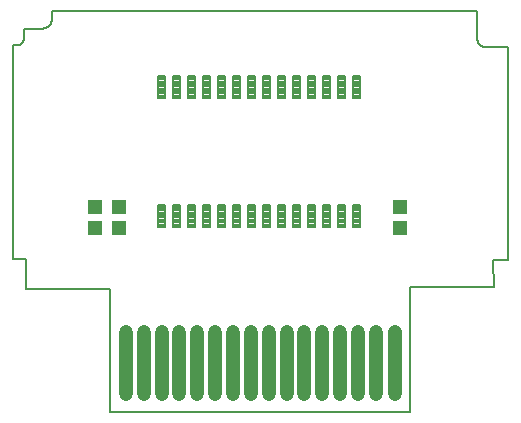
<source format=gts>
G75*
%MOIN*%
%OFA0B0*%
%FSLAX25Y25*%
%IPPOS*%
%LPD*%
%AMOC8*
5,1,8,0,0,1.08239X$1,22.5*
%
%ADD10C,0.00600*%
%ADD11R,0.04737X0.04737*%
%ADD12C,0.04737*%
%ADD13C,0.00791*%
%ADD14R,0.05131X0.04737*%
D10*
X0046490Y0004511D02*
X0046415Y0045619D01*
X0018449Y0045619D01*
X0018524Y0055507D01*
X0014221Y0055507D01*
X0014221Y0126729D01*
X0015082Y0126729D01*
X0015187Y0126731D01*
X0015291Y0126737D01*
X0015395Y0126747D01*
X0015499Y0126760D01*
X0015602Y0126778D01*
X0015704Y0126799D01*
X0015806Y0126824D01*
X0015906Y0126853D01*
X0016006Y0126886D01*
X0016104Y0126922D01*
X0016200Y0126962D01*
X0016296Y0127006D01*
X0016389Y0127053D01*
X0016480Y0127104D01*
X0016570Y0127158D01*
X0016658Y0127215D01*
X0016743Y0127276D01*
X0016826Y0127339D01*
X0016906Y0127406D01*
X0016984Y0127476D01*
X0017060Y0127548D01*
X0017132Y0127624D01*
X0017202Y0127702D01*
X0017269Y0127782D01*
X0017332Y0127865D01*
X0017393Y0127950D01*
X0017450Y0128038D01*
X0017504Y0128127D01*
X0017555Y0128219D01*
X0017602Y0128312D01*
X0017646Y0128408D01*
X0017686Y0128504D01*
X0017722Y0128602D01*
X0017755Y0128702D01*
X0017784Y0128802D01*
X0017809Y0128904D01*
X0017830Y0129006D01*
X0017848Y0129109D01*
X0017861Y0129213D01*
X0017871Y0129317D01*
X0017877Y0129421D01*
X0017879Y0129526D01*
X0017879Y0132323D01*
X0023687Y0132323D01*
X0023802Y0132325D01*
X0023917Y0132331D01*
X0024032Y0132340D01*
X0024146Y0132354D01*
X0024260Y0132371D01*
X0024373Y0132392D01*
X0024485Y0132417D01*
X0024596Y0132445D01*
X0024707Y0132478D01*
X0024816Y0132513D01*
X0024924Y0132553D01*
X0025031Y0132596D01*
X0025136Y0132643D01*
X0025239Y0132693D01*
X0025341Y0132747D01*
X0025441Y0132803D01*
X0025539Y0132864D01*
X0025635Y0132927D01*
X0025729Y0132994D01*
X0025820Y0133064D01*
X0025909Y0133137D01*
X0025996Y0133212D01*
X0026080Y0133291D01*
X0026161Y0133372D01*
X0026240Y0133456D01*
X0026315Y0133543D01*
X0026388Y0133632D01*
X0026458Y0133723D01*
X0026525Y0133817D01*
X0026588Y0133913D01*
X0026649Y0134011D01*
X0026705Y0134111D01*
X0026759Y0134213D01*
X0026809Y0134316D01*
X0026856Y0134421D01*
X0026899Y0134528D01*
X0026939Y0134636D01*
X0026974Y0134745D01*
X0027007Y0134856D01*
X0027035Y0134967D01*
X0027060Y0135079D01*
X0027081Y0135192D01*
X0027098Y0135306D01*
X0027112Y0135420D01*
X0027121Y0135535D01*
X0027127Y0135650D01*
X0027129Y0135765D01*
X0027129Y0138129D01*
X0092312Y0138129D01*
X0092345Y0138129D01*
X0092312Y0138129D02*
X0168897Y0138133D01*
X0168897Y0129095D01*
X0168899Y0128987D01*
X0168905Y0128880D01*
X0168914Y0128773D01*
X0168928Y0128666D01*
X0168945Y0128560D01*
X0168966Y0128455D01*
X0168991Y0128350D01*
X0169019Y0128246D01*
X0169051Y0128144D01*
X0169087Y0128042D01*
X0169126Y0127942D01*
X0169169Y0127844D01*
X0169216Y0127747D01*
X0169265Y0127652D01*
X0169319Y0127558D01*
X0169375Y0127467D01*
X0169435Y0127377D01*
X0169498Y0127290D01*
X0169564Y0127205D01*
X0169633Y0127123D01*
X0169705Y0127043D01*
X0169779Y0126965D01*
X0169857Y0126891D01*
X0169937Y0126819D01*
X0170019Y0126750D01*
X0170104Y0126684D01*
X0170191Y0126621D01*
X0170281Y0126561D01*
X0170372Y0126505D01*
X0170466Y0126451D01*
X0170561Y0126402D01*
X0170658Y0126355D01*
X0170756Y0126312D01*
X0170856Y0126273D01*
X0170958Y0126237D01*
X0171060Y0126205D01*
X0171164Y0126177D01*
X0171269Y0126152D01*
X0171374Y0126131D01*
X0171480Y0126114D01*
X0171587Y0126100D01*
X0171694Y0126091D01*
X0171801Y0126085D01*
X0171909Y0126083D01*
X0179008Y0126083D01*
X0179008Y0055292D01*
X0174276Y0055292D01*
X0174351Y0046049D01*
X0146510Y0046049D01*
X0146585Y0004511D01*
X0046490Y0004511D01*
D11*
X0051781Y0012472D03*
X0051781Y0015521D03*
X0051781Y0019466D03*
X0051781Y0023052D03*
X0051781Y0026279D03*
X0051781Y0029328D03*
X0057726Y0029328D03*
X0057726Y0026279D03*
X0057726Y0023052D03*
X0057726Y0019466D03*
X0057726Y0015521D03*
X0057726Y0012472D03*
X0063671Y0012472D03*
X0063671Y0015521D03*
X0063671Y0019466D03*
X0063671Y0023052D03*
X0063671Y0026279D03*
X0063671Y0029328D03*
X0069616Y0029328D03*
X0069616Y0026279D03*
X0069616Y0023052D03*
X0069616Y0019466D03*
X0069616Y0015521D03*
X0069616Y0012472D03*
X0075560Y0012472D03*
X0075560Y0015521D03*
X0075560Y0019466D03*
X0075560Y0023052D03*
X0075560Y0026279D03*
X0075560Y0029328D03*
X0081505Y0029328D03*
X0081505Y0026279D03*
X0081505Y0023052D03*
X0081505Y0019466D03*
X0081505Y0015521D03*
X0081505Y0012472D03*
X0087450Y0012472D03*
X0087450Y0015521D03*
X0087450Y0019466D03*
X0087450Y0023052D03*
X0087450Y0026279D03*
X0087450Y0029328D03*
X0093395Y0029328D03*
X0093395Y0026279D03*
X0093395Y0023052D03*
X0093395Y0019466D03*
X0093395Y0015521D03*
X0093395Y0012472D03*
X0099340Y0012472D03*
X0099340Y0015521D03*
X0099340Y0019466D03*
X0099340Y0023052D03*
X0099340Y0026279D03*
X0099340Y0029328D03*
X0105285Y0029328D03*
X0105285Y0026279D03*
X0105285Y0023052D03*
X0105285Y0019466D03*
X0105285Y0015521D03*
X0105285Y0012472D03*
X0111230Y0012472D03*
X0111230Y0015521D03*
X0111230Y0019466D03*
X0111230Y0023052D03*
X0111230Y0026279D03*
X0111230Y0029328D03*
X0117175Y0029328D03*
X0117175Y0026279D03*
X0117175Y0023052D03*
X0117175Y0019466D03*
X0117175Y0015521D03*
X0117175Y0012472D03*
X0123120Y0012472D03*
X0123120Y0015521D03*
X0123120Y0019466D03*
X0123120Y0023052D03*
X0123120Y0026279D03*
X0123120Y0029328D03*
X0129064Y0029328D03*
X0129064Y0026279D03*
X0129064Y0023052D03*
X0129064Y0019466D03*
X0129064Y0015521D03*
X0129064Y0012472D03*
X0135009Y0012472D03*
X0135009Y0015521D03*
X0135009Y0019466D03*
X0135009Y0023052D03*
X0135009Y0026279D03*
X0135009Y0029328D03*
X0141367Y0029353D03*
X0141367Y0026305D03*
X0141367Y0023077D03*
X0141367Y0019491D03*
X0141367Y0015546D03*
X0141367Y0012498D03*
D12*
X0141367Y0010525D03*
X0135009Y0010500D03*
X0129064Y0010500D03*
X0123120Y0010500D03*
X0117175Y0010500D03*
X0111230Y0010500D03*
X0105285Y0010500D03*
X0099340Y0010500D03*
X0093395Y0010500D03*
X0087450Y0010500D03*
X0081505Y0010500D03*
X0075560Y0010500D03*
X0069616Y0010500D03*
X0063671Y0010500D03*
X0057726Y0010500D03*
X0051781Y0010500D03*
X0051781Y0031121D03*
X0057726Y0031121D03*
X0063671Y0031121D03*
X0069616Y0031121D03*
X0075560Y0031121D03*
X0081505Y0031121D03*
X0087450Y0031121D03*
X0093395Y0031121D03*
X0099340Y0031121D03*
X0105285Y0031121D03*
X0111230Y0031121D03*
X0117175Y0031121D03*
X0123120Y0031121D03*
X0129064Y0031121D03*
X0135009Y0031121D03*
X0141367Y0031146D03*
D13*
X0127547Y0066195D02*
X0127547Y0073685D01*
X0129919Y0073685D01*
X0129919Y0066195D01*
X0127547Y0066195D01*
X0127547Y0066985D02*
X0129919Y0066985D01*
X0129919Y0067775D02*
X0127547Y0067775D01*
X0127547Y0068565D02*
X0129919Y0068565D01*
X0129919Y0069355D02*
X0127547Y0069355D01*
X0127547Y0070145D02*
X0129919Y0070145D01*
X0129919Y0070935D02*
X0127547Y0070935D01*
X0127547Y0071725D02*
X0129919Y0071725D01*
X0129919Y0072515D02*
X0127547Y0072515D01*
X0127547Y0073305D02*
X0129919Y0073305D01*
X0122547Y0073685D02*
X0122547Y0066195D01*
X0122547Y0073685D02*
X0124919Y0073685D01*
X0124919Y0066195D01*
X0122547Y0066195D01*
X0122547Y0066985D02*
X0124919Y0066985D01*
X0124919Y0067775D02*
X0122547Y0067775D01*
X0122547Y0068565D02*
X0124919Y0068565D01*
X0124919Y0069355D02*
X0122547Y0069355D01*
X0122547Y0070145D02*
X0124919Y0070145D01*
X0124919Y0070935D02*
X0122547Y0070935D01*
X0122547Y0071725D02*
X0124919Y0071725D01*
X0124919Y0072515D02*
X0122547Y0072515D01*
X0122547Y0073305D02*
X0124919Y0073305D01*
X0117547Y0073685D02*
X0117547Y0066195D01*
X0117547Y0073685D02*
X0119919Y0073685D01*
X0119919Y0066195D01*
X0117547Y0066195D01*
X0117547Y0066985D02*
X0119919Y0066985D01*
X0119919Y0067775D02*
X0117547Y0067775D01*
X0117547Y0068565D02*
X0119919Y0068565D01*
X0119919Y0069355D02*
X0117547Y0069355D01*
X0117547Y0070145D02*
X0119919Y0070145D01*
X0119919Y0070935D02*
X0117547Y0070935D01*
X0117547Y0071725D02*
X0119919Y0071725D01*
X0119919Y0072515D02*
X0117547Y0072515D01*
X0117547Y0073305D02*
X0119919Y0073305D01*
X0112547Y0073685D02*
X0112547Y0066195D01*
X0112547Y0073685D02*
X0114919Y0073685D01*
X0114919Y0066195D01*
X0112547Y0066195D01*
X0112547Y0066985D02*
X0114919Y0066985D01*
X0114919Y0067775D02*
X0112547Y0067775D01*
X0112547Y0068565D02*
X0114919Y0068565D01*
X0114919Y0069355D02*
X0112547Y0069355D01*
X0112547Y0070145D02*
X0114919Y0070145D01*
X0114919Y0070935D02*
X0112547Y0070935D01*
X0112547Y0071725D02*
X0114919Y0071725D01*
X0114919Y0072515D02*
X0112547Y0072515D01*
X0112547Y0073305D02*
X0114919Y0073305D01*
X0107547Y0073685D02*
X0107547Y0066195D01*
X0107547Y0073685D02*
X0109919Y0073685D01*
X0109919Y0066195D01*
X0107547Y0066195D01*
X0107547Y0066985D02*
X0109919Y0066985D01*
X0109919Y0067775D02*
X0107547Y0067775D01*
X0107547Y0068565D02*
X0109919Y0068565D01*
X0109919Y0069355D02*
X0107547Y0069355D01*
X0107547Y0070145D02*
X0109919Y0070145D01*
X0109919Y0070935D02*
X0107547Y0070935D01*
X0107547Y0071725D02*
X0109919Y0071725D01*
X0109919Y0072515D02*
X0107547Y0072515D01*
X0107547Y0073305D02*
X0109919Y0073305D01*
X0102547Y0073685D02*
X0102547Y0066195D01*
X0102547Y0073685D02*
X0104919Y0073685D01*
X0104919Y0066195D01*
X0102547Y0066195D01*
X0102547Y0066985D02*
X0104919Y0066985D01*
X0104919Y0067775D02*
X0102547Y0067775D01*
X0102547Y0068565D02*
X0104919Y0068565D01*
X0104919Y0069355D02*
X0102547Y0069355D01*
X0102547Y0070145D02*
X0104919Y0070145D01*
X0104919Y0070935D02*
X0102547Y0070935D01*
X0102547Y0071725D02*
X0104919Y0071725D01*
X0104919Y0072515D02*
X0102547Y0072515D01*
X0102547Y0073305D02*
X0104919Y0073305D01*
X0097547Y0073685D02*
X0097547Y0066195D01*
X0097547Y0073685D02*
X0099919Y0073685D01*
X0099919Y0066195D01*
X0097547Y0066195D01*
X0097547Y0066985D02*
X0099919Y0066985D01*
X0099919Y0067775D02*
X0097547Y0067775D01*
X0097547Y0068565D02*
X0099919Y0068565D01*
X0099919Y0069355D02*
X0097547Y0069355D01*
X0097547Y0070145D02*
X0099919Y0070145D01*
X0099919Y0070935D02*
X0097547Y0070935D01*
X0097547Y0071725D02*
X0099919Y0071725D01*
X0099919Y0072515D02*
X0097547Y0072515D01*
X0097547Y0073305D02*
X0099919Y0073305D01*
X0092547Y0073685D02*
X0092547Y0066195D01*
X0092547Y0073685D02*
X0094919Y0073685D01*
X0094919Y0066195D01*
X0092547Y0066195D01*
X0092547Y0066985D02*
X0094919Y0066985D01*
X0094919Y0067775D02*
X0092547Y0067775D01*
X0092547Y0068565D02*
X0094919Y0068565D01*
X0094919Y0069355D02*
X0092547Y0069355D01*
X0092547Y0070145D02*
X0094919Y0070145D01*
X0094919Y0070935D02*
X0092547Y0070935D01*
X0092547Y0071725D02*
X0094919Y0071725D01*
X0094919Y0072515D02*
X0092547Y0072515D01*
X0092547Y0073305D02*
X0094919Y0073305D01*
X0087547Y0073685D02*
X0087547Y0066195D01*
X0087547Y0073685D02*
X0089919Y0073685D01*
X0089919Y0066195D01*
X0087547Y0066195D01*
X0087547Y0066985D02*
X0089919Y0066985D01*
X0089919Y0067775D02*
X0087547Y0067775D01*
X0087547Y0068565D02*
X0089919Y0068565D01*
X0089919Y0069355D02*
X0087547Y0069355D01*
X0087547Y0070145D02*
X0089919Y0070145D01*
X0089919Y0070935D02*
X0087547Y0070935D01*
X0087547Y0071725D02*
X0089919Y0071725D01*
X0089919Y0072515D02*
X0087547Y0072515D01*
X0087547Y0073305D02*
X0089919Y0073305D01*
X0082547Y0073685D02*
X0082547Y0066195D01*
X0082547Y0073685D02*
X0084919Y0073685D01*
X0084919Y0066195D01*
X0082547Y0066195D01*
X0082547Y0066985D02*
X0084919Y0066985D01*
X0084919Y0067775D02*
X0082547Y0067775D01*
X0082547Y0068565D02*
X0084919Y0068565D01*
X0084919Y0069355D02*
X0082547Y0069355D01*
X0082547Y0070145D02*
X0084919Y0070145D01*
X0084919Y0070935D02*
X0082547Y0070935D01*
X0082547Y0071725D02*
X0084919Y0071725D01*
X0084919Y0072515D02*
X0082547Y0072515D01*
X0082547Y0073305D02*
X0084919Y0073305D01*
X0077547Y0073685D02*
X0077547Y0066195D01*
X0077547Y0073685D02*
X0079919Y0073685D01*
X0079919Y0066195D01*
X0077547Y0066195D01*
X0077547Y0066985D02*
X0079919Y0066985D01*
X0079919Y0067775D02*
X0077547Y0067775D01*
X0077547Y0068565D02*
X0079919Y0068565D01*
X0079919Y0069355D02*
X0077547Y0069355D01*
X0077547Y0070145D02*
X0079919Y0070145D01*
X0079919Y0070935D02*
X0077547Y0070935D01*
X0077547Y0071725D02*
X0079919Y0071725D01*
X0079919Y0072515D02*
X0077547Y0072515D01*
X0077547Y0073305D02*
X0079919Y0073305D01*
X0072547Y0073685D02*
X0072547Y0066195D01*
X0072547Y0073685D02*
X0074919Y0073685D01*
X0074919Y0066195D01*
X0072547Y0066195D01*
X0072547Y0066985D02*
X0074919Y0066985D01*
X0074919Y0067775D02*
X0072547Y0067775D01*
X0072547Y0068565D02*
X0074919Y0068565D01*
X0074919Y0069355D02*
X0072547Y0069355D01*
X0072547Y0070145D02*
X0074919Y0070145D01*
X0074919Y0070935D02*
X0072547Y0070935D01*
X0072547Y0071725D02*
X0074919Y0071725D01*
X0074919Y0072515D02*
X0072547Y0072515D01*
X0072547Y0073305D02*
X0074919Y0073305D01*
X0067547Y0073685D02*
X0067547Y0066195D01*
X0067547Y0073685D02*
X0069919Y0073685D01*
X0069919Y0066195D01*
X0067547Y0066195D01*
X0067547Y0066985D02*
X0069919Y0066985D01*
X0069919Y0067775D02*
X0067547Y0067775D01*
X0067547Y0068565D02*
X0069919Y0068565D01*
X0069919Y0069355D02*
X0067547Y0069355D01*
X0067547Y0070145D02*
X0069919Y0070145D01*
X0069919Y0070935D02*
X0067547Y0070935D01*
X0067547Y0071725D02*
X0069919Y0071725D01*
X0069919Y0072515D02*
X0067547Y0072515D01*
X0067547Y0073305D02*
X0069919Y0073305D01*
X0062547Y0073685D02*
X0062547Y0066195D01*
X0062547Y0073685D02*
X0064919Y0073685D01*
X0064919Y0066195D01*
X0062547Y0066195D01*
X0062547Y0066985D02*
X0064919Y0066985D01*
X0064919Y0067775D02*
X0062547Y0067775D01*
X0062547Y0068565D02*
X0064919Y0068565D01*
X0064919Y0069355D02*
X0062547Y0069355D01*
X0062547Y0070145D02*
X0064919Y0070145D01*
X0064919Y0070935D02*
X0062547Y0070935D01*
X0062547Y0071725D02*
X0064919Y0071725D01*
X0064919Y0072515D02*
X0062547Y0072515D01*
X0062547Y0073305D02*
X0064919Y0073305D01*
X0062547Y0109148D02*
X0062547Y0116638D01*
X0064919Y0116638D01*
X0064919Y0109148D01*
X0062547Y0109148D01*
X0062547Y0109938D02*
X0064919Y0109938D01*
X0064919Y0110728D02*
X0062547Y0110728D01*
X0062547Y0111518D02*
X0064919Y0111518D01*
X0064919Y0112308D02*
X0062547Y0112308D01*
X0062547Y0113098D02*
X0064919Y0113098D01*
X0064919Y0113888D02*
X0062547Y0113888D01*
X0062547Y0114678D02*
X0064919Y0114678D01*
X0064919Y0115468D02*
X0062547Y0115468D01*
X0062547Y0116258D02*
X0064919Y0116258D01*
X0067547Y0116638D02*
X0067547Y0109148D01*
X0067547Y0116638D02*
X0069919Y0116638D01*
X0069919Y0109148D01*
X0067547Y0109148D01*
X0067547Y0109938D02*
X0069919Y0109938D01*
X0069919Y0110728D02*
X0067547Y0110728D01*
X0067547Y0111518D02*
X0069919Y0111518D01*
X0069919Y0112308D02*
X0067547Y0112308D01*
X0067547Y0113098D02*
X0069919Y0113098D01*
X0069919Y0113888D02*
X0067547Y0113888D01*
X0067547Y0114678D02*
X0069919Y0114678D01*
X0069919Y0115468D02*
X0067547Y0115468D01*
X0067547Y0116258D02*
X0069919Y0116258D01*
X0072547Y0116638D02*
X0072547Y0109148D01*
X0072547Y0116638D02*
X0074919Y0116638D01*
X0074919Y0109148D01*
X0072547Y0109148D01*
X0072547Y0109938D02*
X0074919Y0109938D01*
X0074919Y0110728D02*
X0072547Y0110728D01*
X0072547Y0111518D02*
X0074919Y0111518D01*
X0074919Y0112308D02*
X0072547Y0112308D01*
X0072547Y0113098D02*
X0074919Y0113098D01*
X0074919Y0113888D02*
X0072547Y0113888D01*
X0072547Y0114678D02*
X0074919Y0114678D01*
X0074919Y0115468D02*
X0072547Y0115468D01*
X0072547Y0116258D02*
X0074919Y0116258D01*
X0077547Y0116638D02*
X0077547Y0109148D01*
X0077547Y0116638D02*
X0079919Y0116638D01*
X0079919Y0109148D01*
X0077547Y0109148D01*
X0077547Y0109938D02*
X0079919Y0109938D01*
X0079919Y0110728D02*
X0077547Y0110728D01*
X0077547Y0111518D02*
X0079919Y0111518D01*
X0079919Y0112308D02*
X0077547Y0112308D01*
X0077547Y0113098D02*
X0079919Y0113098D01*
X0079919Y0113888D02*
X0077547Y0113888D01*
X0077547Y0114678D02*
X0079919Y0114678D01*
X0079919Y0115468D02*
X0077547Y0115468D01*
X0077547Y0116258D02*
X0079919Y0116258D01*
X0082547Y0116638D02*
X0082547Y0109148D01*
X0082547Y0116638D02*
X0084919Y0116638D01*
X0084919Y0109148D01*
X0082547Y0109148D01*
X0082547Y0109938D02*
X0084919Y0109938D01*
X0084919Y0110728D02*
X0082547Y0110728D01*
X0082547Y0111518D02*
X0084919Y0111518D01*
X0084919Y0112308D02*
X0082547Y0112308D01*
X0082547Y0113098D02*
X0084919Y0113098D01*
X0084919Y0113888D02*
X0082547Y0113888D01*
X0082547Y0114678D02*
X0084919Y0114678D01*
X0084919Y0115468D02*
X0082547Y0115468D01*
X0082547Y0116258D02*
X0084919Y0116258D01*
X0087547Y0116638D02*
X0087547Y0109148D01*
X0087547Y0116638D02*
X0089919Y0116638D01*
X0089919Y0109148D01*
X0087547Y0109148D01*
X0087547Y0109938D02*
X0089919Y0109938D01*
X0089919Y0110728D02*
X0087547Y0110728D01*
X0087547Y0111518D02*
X0089919Y0111518D01*
X0089919Y0112308D02*
X0087547Y0112308D01*
X0087547Y0113098D02*
X0089919Y0113098D01*
X0089919Y0113888D02*
X0087547Y0113888D01*
X0087547Y0114678D02*
X0089919Y0114678D01*
X0089919Y0115468D02*
X0087547Y0115468D01*
X0087547Y0116258D02*
X0089919Y0116258D01*
X0092547Y0116638D02*
X0092547Y0109148D01*
X0092547Y0116638D02*
X0094919Y0116638D01*
X0094919Y0109148D01*
X0092547Y0109148D01*
X0092547Y0109938D02*
X0094919Y0109938D01*
X0094919Y0110728D02*
X0092547Y0110728D01*
X0092547Y0111518D02*
X0094919Y0111518D01*
X0094919Y0112308D02*
X0092547Y0112308D01*
X0092547Y0113098D02*
X0094919Y0113098D01*
X0094919Y0113888D02*
X0092547Y0113888D01*
X0092547Y0114678D02*
X0094919Y0114678D01*
X0094919Y0115468D02*
X0092547Y0115468D01*
X0092547Y0116258D02*
X0094919Y0116258D01*
X0097547Y0116638D02*
X0097547Y0109148D01*
X0097547Y0116638D02*
X0099919Y0116638D01*
X0099919Y0109148D01*
X0097547Y0109148D01*
X0097547Y0109938D02*
X0099919Y0109938D01*
X0099919Y0110728D02*
X0097547Y0110728D01*
X0097547Y0111518D02*
X0099919Y0111518D01*
X0099919Y0112308D02*
X0097547Y0112308D01*
X0097547Y0113098D02*
X0099919Y0113098D01*
X0099919Y0113888D02*
X0097547Y0113888D01*
X0097547Y0114678D02*
X0099919Y0114678D01*
X0099919Y0115468D02*
X0097547Y0115468D01*
X0097547Y0116258D02*
X0099919Y0116258D01*
X0102547Y0116638D02*
X0102547Y0109148D01*
X0102547Y0116638D02*
X0104919Y0116638D01*
X0104919Y0109148D01*
X0102547Y0109148D01*
X0102547Y0109938D02*
X0104919Y0109938D01*
X0104919Y0110728D02*
X0102547Y0110728D01*
X0102547Y0111518D02*
X0104919Y0111518D01*
X0104919Y0112308D02*
X0102547Y0112308D01*
X0102547Y0113098D02*
X0104919Y0113098D01*
X0104919Y0113888D02*
X0102547Y0113888D01*
X0102547Y0114678D02*
X0104919Y0114678D01*
X0104919Y0115468D02*
X0102547Y0115468D01*
X0102547Y0116258D02*
X0104919Y0116258D01*
X0107547Y0116638D02*
X0107547Y0109148D01*
X0107547Y0116638D02*
X0109919Y0116638D01*
X0109919Y0109148D01*
X0107547Y0109148D01*
X0107547Y0109938D02*
X0109919Y0109938D01*
X0109919Y0110728D02*
X0107547Y0110728D01*
X0107547Y0111518D02*
X0109919Y0111518D01*
X0109919Y0112308D02*
X0107547Y0112308D01*
X0107547Y0113098D02*
X0109919Y0113098D01*
X0109919Y0113888D02*
X0107547Y0113888D01*
X0107547Y0114678D02*
X0109919Y0114678D01*
X0109919Y0115468D02*
X0107547Y0115468D01*
X0107547Y0116258D02*
X0109919Y0116258D01*
X0112547Y0116638D02*
X0112547Y0109148D01*
X0112547Y0116638D02*
X0114919Y0116638D01*
X0114919Y0109148D01*
X0112547Y0109148D01*
X0112547Y0109938D02*
X0114919Y0109938D01*
X0114919Y0110728D02*
X0112547Y0110728D01*
X0112547Y0111518D02*
X0114919Y0111518D01*
X0114919Y0112308D02*
X0112547Y0112308D01*
X0112547Y0113098D02*
X0114919Y0113098D01*
X0114919Y0113888D02*
X0112547Y0113888D01*
X0112547Y0114678D02*
X0114919Y0114678D01*
X0114919Y0115468D02*
X0112547Y0115468D01*
X0112547Y0116258D02*
X0114919Y0116258D01*
X0117547Y0116638D02*
X0117547Y0109148D01*
X0117547Y0116638D02*
X0119919Y0116638D01*
X0119919Y0109148D01*
X0117547Y0109148D01*
X0117547Y0109938D02*
X0119919Y0109938D01*
X0119919Y0110728D02*
X0117547Y0110728D01*
X0117547Y0111518D02*
X0119919Y0111518D01*
X0119919Y0112308D02*
X0117547Y0112308D01*
X0117547Y0113098D02*
X0119919Y0113098D01*
X0119919Y0113888D02*
X0117547Y0113888D01*
X0117547Y0114678D02*
X0119919Y0114678D01*
X0119919Y0115468D02*
X0117547Y0115468D01*
X0117547Y0116258D02*
X0119919Y0116258D01*
X0122547Y0116638D02*
X0122547Y0109148D01*
X0122547Y0116638D02*
X0124919Y0116638D01*
X0124919Y0109148D01*
X0122547Y0109148D01*
X0122547Y0109938D02*
X0124919Y0109938D01*
X0124919Y0110728D02*
X0122547Y0110728D01*
X0122547Y0111518D02*
X0124919Y0111518D01*
X0124919Y0112308D02*
X0122547Y0112308D01*
X0122547Y0113098D02*
X0124919Y0113098D01*
X0124919Y0113888D02*
X0122547Y0113888D01*
X0122547Y0114678D02*
X0124919Y0114678D01*
X0124919Y0115468D02*
X0122547Y0115468D01*
X0122547Y0116258D02*
X0124919Y0116258D01*
X0127547Y0116638D02*
X0127547Y0109148D01*
X0127547Y0116638D02*
X0129919Y0116638D01*
X0129919Y0109148D01*
X0127547Y0109148D01*
X0127547Y0109938D02*
X0129919Y0109938D01*
X0129919Y0110728D02*
X0127547Y0110728D01*
X0127547Y0111518D02*
X0129919Y0111518D01*
X0129919Y0112308D02*
X0127547Y0112308D01*
X0127547Y0113098D02*
X0129919Y0113098D01*
X0129919Y0113888D02*
X0127547Y0113888D01*
X0127547Y0114678D02*
X0129919Y0114678D01*
X0129919Y0115468D02*
X0127547Y0115468D01*
X0127547Y0116258D02*
X0129919Y0116258D01*
D14*
X0143185Y0072691D03*
X0143185Y0065998D03*
X0049284Y0065998D03*
X0041311Y0065998D03*
X0041311Y0072691D03*
X0049284Y0072691D03*
M02*

</source>
